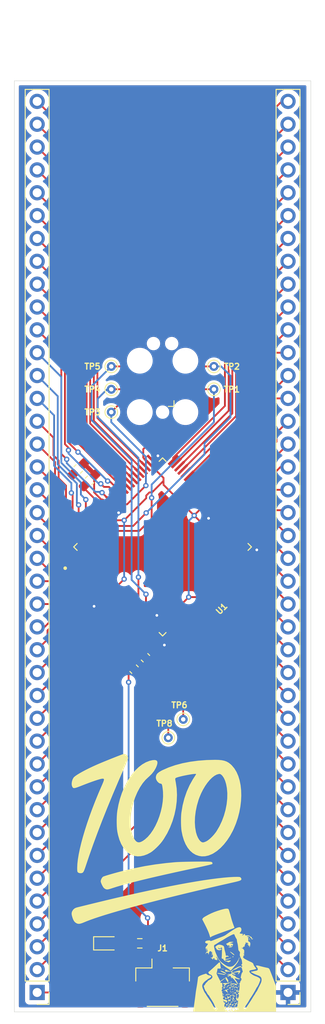
<source format=kicad_pcb>
(kicad_pcb (version 20241229) (generator "pcbnew") (generator_version "9.0")
  (layers (0 "F.Cu" signal) (2 "B.Cu" signal) (13 "F.Paste" user) (15 "B.Paste" user) (5 "F.SilkS" user "F.Silkscreen") (7 "B.SilkS" user "B.Silkscreen") (1 "F.Mask" user) (3 "B.Mask" user) (25 "Edge.Cuts" user))
  (net 0 "")
  (net 1 "+5V")
  (net 2 "GND")
  (net 5 "/RESET")
  (net 6 "/SWCLK")
  (net 7 "/DEBUG_TX")
  (net 8 "/DEBUG_RX")
  (net 9 "/SWDIO")
  (net 10 "Net-(D1-A)")
  (net 11 "/PB15")
  (net 12 "/PB16")
  (net 13 "/PC14")
  (net 14 "/PA21")
  (net 15 "/PA12")
  (net 16 "/PC08")
  (net 17 "/PB19")
  (net 18 "/PC05")
  (net 19 "/PC09")
  (net 20 "/PC28")
  (net 21 "/PA10")
  (net 22 "/PA08")
  (net 23 "/PB31")
  (net 24 "/PB09")
  (net 25 "/PC07")
  (net 26 "/PA13")
  (net 27 "/PB12")
  (net 28 "/PB04")
  (net 29 "/PA25")
  (net 30 "/PC01")
  (net 31 "/PA22")
  (net 32 "/PC26")
  (net 33 "/PB02")
  (net 34 "/PC15")
  (net 35 "/PA02")
  (net 36 "/PB05")
  (net 37 "/PB20")
  (net 38 "/PB30")
  (net 39 "/PA15")
  (net 40 "/PB22")
  (net 41 "/PA23")
  (net 42 "/PB24")
  (net 43 "/PA18")
  (net 44 "/PC12")
  (net 45 "/PB25")
  (net 46 "/PA01")
  (net 47 "/PB10")
  (net 48 "/PB08")
  (net 49 "/PC00")
  (net 50 "/PC24")
  (net 51 "/PC13")
  (net 52 "/PB18")
  (net 53 "/PA27")
  (net 54 "/PA05")
  (net 55 "/PB11")
  (net 56 "/PA11")
  (net 57 "/PC06")
  (net 58 "/PA17")
  (net 59 "/PB17")
  (net 60 "/PB21")
  (net 61 "/PA24")
  (net 62 "/PC10")
  (net 63 "/PC02")
  (net 64 "/PB14")
  (net 65 "/PC11")
  (net 66 "/PC19")
  (net 67 "/PA03")
  (net 68 "/PA09")
  (net 69 "/PC25")
  (net 70 "/PC18")
  (net 71 "/PB06")
  (net 72 "/PA00")
  (net 73 "/PC17")
  (net 74 "/PC03")
  (net 75 "/PB07")
  (net 76 "/PB23")
  (net 77 "/PB00")
  (net 78 "/PA19")
  (net 79 "/PC21")
  (net 80 "/PA04")
  (net 81 "/PB01")
  (net 82 "/PA28")
  (net 83 "/PC27")
  (net 84 "/PA20")
  (net 85 "/PA14")
  (net 86 "/PC16")
  (net 87 "/PB03")
  (net 88 "/PC20")
  (net 89 "/PA16")
  (net 90 "/PB13")
  (footprint "TestPoint:TestPoint_THTPad_D1.0mm_Drill0.5mm" (layer "F.Cu") (at 125.49 105.91)
    (property "Reference" "TP6")
    (property "Value" "TestPoint")
  )
  (footprint "TestPoint:TestPoint_THTPad_D1.0mm_Drill0.5mm" (layer "F.Cu") (at 123.825 107.95)
    (property "Reference" "TP8")
    (property "Value" "TestPoint")
  )
  (footprint "Resistor_SMD:R_0603_1608Metric_Pad0.98x0.95mm_HandSolder" (layer "F.Cu") (at 120.65 130.81 180)
    (property "Reference" "R1" (hide yes))
    (property "Value" "470R")
  )
  (footprint "SAMC21N-TQFP:QFP50P1600X1600X120-100N" (layer "F.Cu") (at 123.19 86.741 45)
    (property "Reference" "U1")
    (property "Value" "ATSAMC21N18A-ANT")
  )
  (footprint "TestPoint:TestPoint_THTPad_D1.0mm_Drill0.5mm" (layer "F.Cu") (at 117.475 66.675)
    (property "Reference" "TP5")
    (property "Value" "TestPoint")
  )
  (footprint "TestPoint:TestPoint_THTPad_D1.0mm_Drill0.5mm" (layer "F.Cu") (at 117.475 71.755)
    (property "Reference" "TP3")
    (property "Value" "TestPoint")
  )
  (footprint "TestPoint:TestPoint_THTPad_D1.0mm_Drill0.5mm" (layer "F.Cu") (at 128.905 66.675)
    (property "Reference" "TP2")
    (property "Value" "TestPoint")
  )
  (footprint "Connector_PinHeader_2.54mm:PinHeader_1x40_P2.54mm_Vertical" (layer "F.Cu") (at 137.16 136.271 180)
    (property "Reference" "J4" (hide yes))
    (property "Value" "Conn_01x40_Pin")
  )
  (footprint "Capacitor_SMD:C_0603_1608Metric_Pad1.08x0.95mm_HandSolder" (layer "F.Cu") (at 120.015 100.33 -45)
    (property "Reference" "C3" (hide yes))
    (property "Value" "100nF")
  )
  (footprint "TestPoint:TestPoint_THTPad_D1.0mm_Drill0.5mm" (layer "F.Cu") (at 117.475 69.215)
    (property "Reference" "TP4")
    (property "Value" "TestPoint")
  )
  (footprint "Capacitor_SMD:C_0603_1608Metric_Pad1.08x0.95mm_HandSolder" (layer "F.Cu") (at 121.285 99.06 -45)
    (property "Reference" "C2" (hide yes))
    (property "Value" "10uF")
  )
  (footprint "LOGO" (layer "F.Cu") (at 122.51 119.2)
    (property "Reference" "G***" (hide yes))
    (property "Value" "LOGO" (hide yes))
  )
  (footprint "Connector_JST:JST_GH_SM02B-GHS-TB_1x02-1MP_P1.25mm_Horizontal" (layer "F.Cu") (at 123.19 135.255)
    (property "Reference" "J1")
    (property "Value" "Conn_01x02_Pin")
  )
  (footprint "TestPoint:TestPoint_THTPad_D1.0mm_Drill0.5mm" (layer "F.Cu") (at 128.905 69.215)
    (property "Reference" "TP1")
    (property "Value" "TestPoint")
  )
  (footprint "Capacitor_SMD:C_0603_1608Metric_Pad1.08x0.95mm_HandSolder" (layer "F.Cu") (at 113.8 78.07 45)
    (property "Reference" "C4" (hide yes))
    (property "Value" "100nF")
  )
  (footprint "Connector_PinHeader_2.54mm:PinHeader_1x40_P2.54mm_Vertical" (layer "F.Cu") (at 109.22 136.271 180)
    (property "Reference" "J3" (hide yes))
    (property "Value" "Conn_01x40_Pin")
  )
  (footprint "LOGO" (layer "F.Cu") (at 131.137224 132.39678)
    (property "Reference" "G***" (hide yes))
    (property "Value" "LOGO" (hide yes))
  )
  (footprint "Connector:Tag-Connect_TC2050-IDC-FP_2x05_P1.27mm_Vertical" (layer "F.Cu") (at 123.19 67.945 90)
    (property "Reference" "J2" (hide yes))
    (property "Value" "TAG_Connect")
  )
  (footprint "LED_SMD:LED_0603_1608Metric" (layer "F.Cu") (at 116.992501 130.81)
    (property "Reference" "D1" (hide yes))
    (property "Value" "LED")
  )
  (footprint "Capacitor_SMD:C_0603_1608Metric_Pad1.08x0.95mm_HandSolder" (layer "F.Cu") (at 115.07 79.34 45)
    (property "Reference" "C1" (hide yes))
    (property "Value" "100nF")
  )
  (gr_line (start 106.68 138.43) (end 106.68 34.925) (stroke (width 0.05)) (layer "Edge.Cuts"))
  (gr_line (start 139.7 138.43) (end 106.68 138.43) (stroke (width 0.05)) (layer "Edge.Cuts"))
  (gr_line (start 106.68 34.925) (end 139.7 34.925) (stroke (width 0.05)) (layer "Edge.Cuts"))
  (gr_line (start 139.7 34.925) (end 139.7 138.43) (stroke (width 0.05)) (layer "Edge.Cuts"))
  (segment (start 121.655578 77.428404) (end 121.04 76.812826) (width 0.2) (layer "F.Cu") (net 1))
  (segment (start 131.676282 86.74) (end 132.85615 85.560132) (width 0.2) (layer "F.Cu") (net 1))
  (segment (start 116.608151 82.378151) (end 114.46012 80.23012) (width 0.2) (layer "F.Cu") (net 1))
  (segment (start 122.011 80.679) (end 123.293587 79.396413) (width 0.2) (layer "F.Cu") (net 1))
  (segment (start 119.40512 99.72012) (end 120.67512 98.45012) (width 0.2) (layer "F.Cu") (net 1))
  (segment (start 126.71 83.25) (end 130.2 86.74) (width 0.2) (layer "F.Cu") (net 1))
  (segment (start 123.293587 79.396413) (end 123.293587 79.066413) (width 0.2) (layer "F.Cu") (net 1))
  (segment (start 121.04 76.812826) (end 121.04 75.87) (width 0.2) (layer "F.Cu") (net 1))
  (segment (start 118.91 83.78) (end 117.400572 83.78) (width 0.2) (layer "F.Cu") (net 1))
  (segment (start 116.705831 82.378151) (end 116.608151 82.378151) (width 0.2) (layer "F.Cu") (net 1))
  (segment (start 116.352277 82.731705) (end 116.705831 82.378151) (width 0.2) (layer "F.Cu") (net 1))
  (segment (start 121.369 81.321) (end 121.369 81.031057) (width 0.2) (layer "F.Cu") (net 1))
  (segment (start 120.67512 98.44488) (end 122.009132 97.110868) (width 0.2) (layer "F.Cu") (net 1))
  (segment (start 124.09 72.82) (end 124.09 70.75) (width 0.2) (layer "F.Cu") (net 1))
  (segment (start 109.22 136.271) (end 114.293 136.271) (width 0.2) (layer "F.Cu") (net 1))
  (segment (start 121.369 81.031057) (end 121.721057 80.679) (width 0.2) (layer "F.Cu") (net 1))
  (segment (start 127.354048 92.319262) (end 127.906402 92.871616) (width 0.2) (layer "F.Cu") (net 1))
  (segment (start 119.40512 99.72012) (end 119.40512 101.78) (width 0.2) (layer "F.Cu") (net 1))
  (segment (start 124.09 70.75) (end 123.825 70.485) (width 0.2) (layer "F.Cu") (net 1))
  (segment (start 122.009132 96.40715) (end 126.09702 92.319262) (width 0.2) (layer "F.Cu") (net 1))
  (segment (start 126.68 83.22) (end 126.71 83.25) (width 0.2) (layer "F.Cu") (net 1))
  (segment (start 120.67512 98.45012) (end 120.67512 98.44488) (width 0.2) (layer "F.Cu") (net 1))
  (segment (start 118.91 90.313894) (end 117.412938 91.810956) (width 0.2) (layer "F.Cu") (net 1))
  (segment (start 123.293587 79.066413) (end 123.293587 79.833587) (width 0.2) (layer "F.Cu") (net 1))
  (segment (start 114.293 136.271) (end 117.159 133.405) (width 0.2) (layer "F.Cu") (net 1))
  (segment (start 126.711 83.22) (end 126.68 83.22) (width 0.2) (layer "F.Cu") (net 1))
  (segment (start 123.293587 79.833587) (end 126.68 83.22) (width 0.2) (layer "F.Cu") (net 1))
  (segment (start 122.009132 97.110868) (end 122.009132 96.40715) (width 0.2) (layer "F.Cu") (net 1))
  (segment (start 122.565 133.405) (end 122.565 131.8125) (width 0.2) (layer "F.Cu") (net 1))
  (segment (start 121.655578 77.428404) (end 123.293587 79.066413) (width 0.2) (layer "F.Cu") (net 1))
  (segment (start 121.5625 128.0325) (end 121.5625 130.81) (width 0.2) (layer "F.Cu") (net 1))
  (segment (start 126.09702 92.319262) (end 127.354048 92.319262) (width 0.2) (layer "F.Cu") (net 1))
  (segment (start 114.46012 80.23012) (end 114.46012 79.94988) (width 0.2) (layer "F.Cu") (net 1))
  (segment (start 122.565 131.8125) (end 121.5625 130.81) (width 0.2) (layer "F.Cu") (net 1))
  (segment (start 117.400572 83.78) (end 116.352277 82.731705) (width 0.2) (layer "F.Cu") (net 1))
  (segment (start 130.2 86.74) (end 131.676282 86.74) (width 0.2) (layer "F.Cu") (net 1))
  (segment (start 117.159 133.405) (end 122.565 133.405) (width 0.2) (layer "F.Cu") (net 1))
  (segment (start 118.91 83.78) (end 121.369 81.321) (width 0.2) (layer "F.Cu") (net 1))
  (segment (start 121.721057 80.679) (end 122.011 80.679) (width 0.2) (layer "F.Cu") (net 1))
  (segment (start 114.46012 79.94988) (end 113.19012 78.67988) (width 0.2) (layer "F.Cu") (net 1))
  (segment (start 121.04 75.87) (end 124.09 72.82) (width 0.2) (layer "F.Cu") (net 1))
  (segment (start 128.613509 81.317491) (end 126.711 83.22) (width 0.2) (layer "F.Cu") (net 1))
  (segment (start 121.52 127.99) (end 121.5625 128.0325) (width 0.2) (layer "F.Cu") (net 1))
  (via (at 126.71 83.25) (size 0.6) (drill 0.3) (layers "F.Cu" "B.Cu") (net 1))
  (via (at 119.40512 101.78) (size 0.6) (drill 0.3) (layers "F.Cu" "B.Cu") (net 1))
  (via (at 121.52 127.99) (size 0.6) (drill 0.3) (layers "F.Cu" "B.Cu") (net 1))
  (via (at 118.91 90.313894) (size 0.6) (drill 0.3) (layers "F.Cu" "B.Cu") (net 1))
  (via (at 118.91 83.78) (size 0.6) (drill 0.3) (layers "F.Cu" "B.Cu") (net 1))
  (via (at 126.09702 92.319262) (size 0.6) (drill 0.3) (layers "F.Cu" "B.Cu") (net 1))
  (segment (start 119.40512 101.78) (end 119.40512 125.87512) (width 0.2) (layer "B.Cu") (net 1))
  (segment (start 126.09702 83.86298) (end 126.71 83.25) (width 0.2) (layer "B.Cu") (net 1))
  (segment (start 118.91 90.313894) (end 118.91 83.78) (width 0.2) (layer "B.Cu") (net 1))
  (segment (start 119.40512 125.87512) (end 121.52 127.99) (width 0.2) (layer "B.Cu") (net 1))
  (segment (start 126.09702 92.319262) (end 126.09702 83.86298) (width 0.2) (layer "B.Cu") (net 1))
  (segment (start 115.56 92.956786) (end 115.56 93.34) (width 0.2) (layer "F.Cu") (net 2))
  (segment (start 122.009132 77.07485) (end 122.473982 76.61) (width 0.2) (layer "F.Cu") (net 2))
  (segment (start 132.85615 87.921868) (end 133.68 87.098018) (width 0.2) (layer "F.Cu") (net 2))
  (segment (start 121.655578 96.053596) (end 122.55 95.159174) (width 0.2) (layer "F.Cu") (net 2))
  (segment (start 127.291894 91.55) (end 128.259956 92.518062) (width 0.2) (layer "F.Cu") (net 2))
  (segment (start 116.50703 81.472244) (end 116.362244 81.472244) (width 0.2) (layer "F.Cu") (net 2))
  (segment (start 128.967062 81.671044) (end 128.31 82.328106) (width 0.2) (layer "F.Cu") (net 2))
  (segment (start 128.31 82.328106) (end 128.31 83.56) (width 0.2) (layer "F.Cu") (net 2))
  (segment (start 115.57 78.84) (end 115.67988 78.73012) (width 0.2) (layer "F.Cu") (net 2))
  (segment (start 133.68 87.098018) (end 133.68 87.07) (width 0.2) (layer "F.Cu") (net 2))
  (segment (start 117.059384 82.024598) (end 116.50703 81.472244) (width 0.2) (layer "F.Cu") (net 2))
  (segment (start 117.059384 82.024598) (end 117.974786 82.94) (width 0.2) (layer "F.Cu") (net 2))
  (segment (start 115.57 80.68) (end 115.57 78.84) (width 0.2) (layer "F.Cu") (net 2))
  (segment (start 117.059384 91.457402) (end 115.56 92.956786) (width 0.2) (layer "F.Cu") (net 2))
  (segment (start 122.473982 76.61) (end 122.67 76.61) (width 0.2) (layer "F.Cu") (net 2))
  (segment (start 117.974786 82.94) (end 118.29 82.94) (width 0.2) (layer "F.Cu") (net 2))
  (segment (start 116.362244 81.472244) (end 115.57 80.68) (width 0.2) (layer "F.Cu") (net 2))
  (segment (start 125.35 91.55) (end 127.291894 91.55) (width 0.2) (layer "F.Cu") (net 2))
  (segment (start 122.55 95.159174) (end 122.55 94.35) (width 0.2) (layer "F.Cu") (net 2))
  (segment (start 122.55 94.35) (end 125.35 91.55) (width 0.2) (layer "F.Cu") (net 2))
  (via (at 122.67 76.61) (size 0.6) (drill 0.3) (layers "F.Cu" "B.Cu") (net 2))
  (via (at 122.55 94.35) (size 0.6) (drill 0.3) (layers "F.Cu" "B.Cu") (net 2))
  (via (at 128.31 83.56) (size 0.6) (drill 0.3) (layers "F.Cu" "B.Cu") (net 2))
  (via (at 133.68 87.07) (size 0.6) (drill 0.3) (layers "F.Cu" "B.Cu") (net 2))
  (via (at 118.29 82.94) (size 0.6) (drill 0.3) (layers "F.Cu" "B.Cu") (net 2))
  (via (at 115.56 93.34) (size 0.6) (drill 0.3) (layers "F.Cu" "B.Cu") (net 2))
  (via (at 123.39 97.65) (size 0.6) (drill 0.3) (layers "F.Cu" "B.Cu") (net 2))
  (segment (start 118.459 82.01) (end 119.23 82.01) (width 0.2) (layer "F.Cu") (net 5))
  (segment (start 121.32 79.92) (end 121.33 79.92) (width 0.2) (layer "F.Cu") (net 5))
  (segment (start 119.18 70.05) (end 122.12 70.05) (width 0.2) (layer "F.Cu") (net 5))
  (segment (start 117.475 71.755) (end 119.18 70.05) (width 0.2) (layer "F.Cu") (net 5))
  (segment (start 119.23 82.01) (end 121.32 79.92) (width 0.2) (layer "F.Cu") (net 5))
  (segment (start 122.12 70.05) (end 122.555 70.485) (width 0.2) (layer "F.Cu") (net 5))
  (segment (start 117.766491 81.317491) (end 118.459 82.01) (width 0.2) (layer "F.Cu") (net 5))
  (via (at 121.33 79.92) (size 0.6) (drill 0.3) (layers "F.Cu" "B.Cu") (net 5))
  (segment (start 121.33 76.73) (end 117.475 72.875) (width 0.2) (layer "B.Cu") (net 5))
  (segment (start 117.475 72.875) (end 117.475 71.755) (width 0.2) (layer "B.Cu") (net 5))
  (segment (start 121.33 79.92) (end 121.33 76.73) (width 0.2) (layer "B.Cu") (net 5))
  (segment (start 123.825 66.675) (end 124.95 67.8) (width 0.2) (layer "F.Cu") (net 6))
  (segment (start 119.91 84.41) (end 117.323466 84.41) (width 0.2) (layer "F.Cu") (net 6))
  (segment (start 121.36 82.96) (end 119.91 84.41) (width 0.2) (layer "F.Cu") (net 6))
  (segment (start 127.715 66.675) (end 128.905 66.675) (width 0.2) (layer "F.Cu") (net 6))
  (segment (start 124.95 67.8) (end 126.59 67.8) (width 0.2) (layer "F.Cu") (net 6))
  (segment (start 126.59 67.8) (end 127.715 66.675) (width 0.2) (layer "F.Cu") (net 6))
  (segment (start 117.323466 84.41) (end 115.998724 83.085258) (width 0.2) (layer "F.Cu") (net 6))
  (via (at 121.36 82.96) (size 0.6) (drill 0.3) (layers "F.Cu" "B.Cu") (net 6))
  (segment (start 127.86 75.23) (end 130.75 72.34) (width 0.2) (layer "B.Cu") (net 6))
  (segment (start 127.86 76.46) (end 127.86 75.23) (width 0.2) (layer "B.Cu") (net 6))
  (segment (start 130.75 67.71) (end 129.715 66.675) (width 0.2) (layer "B.Cu") (net 6))
  (segment (start 129.715 66.675) (end 128.905 66.675) (width 0.2) (layer "B.Cu") (net 6))
  (segment (start 130.75 72.34) (end 130.75 67.71) (width 0.2) (layer "B.Cu") (net 6))
  (segment (start 121.36 82.96) (end 127.86 76.46) (width 0.2) (layer "B.Cu") (net 6))
  (segment (start 117.475 69.215) (end 122.555 69.215) (width 0.2) (layer "F.Cu") (net 7))
  (segment (start 120.5 93.67364) (end 119.887811 94.285829) (width 0.2) (layer "F.Cu") (net 7))
  (segment (start 120.5 90.1) (end 120.5 93.67364) (width 0.2) (layer "F.Cu") (net 7))
  (via (at 120.5 90.1) (size 0.6) (drill 0.3) (layers "F.Cu" "B.Cu") (net 7))
  (segment (start 115.97 70.26) (end 117.015 69.215) (width 0.2) (layer "B.Cu") (net 7))
  (segment (start 120.5 76.84) (end 115.97 72.31) (width 0.2) (layer "B.Cu") (net 7))
  (segment (start 117.015 69.215) (end 117.475 69.215) (width 0.2) (layer "B.Cu") (net 7))
  (segment (start 115.97 72.31) (end 115.97 70.26) (width 0.2) (layer "B.Cu") (net 7))
  (segment (start 120.5 90.1) (end 120.5 76.84) (width 0.2) (layer "B.Cu") (net 7))
  (segment (start 121.37 67.86) (end 122.555 66.675) (width 0.2) (layer "F.Cu") (net 8))
  (segment (start 118.755 66.675) (end 119.94 67.86) (width 0.2) (layer "F.Cu") (net 8))
  (segment (start 119.94 67.86) (end 121.37 67.86) (width 0.2) (layer "F.Cu") (net 8))
  (segment (start 117.475 66.675) (end 118.755 66.675) (width 0.2) (layer "F.Cu") (net 8))
  (segment (start 121.34 93.540748) (end 120.241365 94.639383) (width 0.2) (layer "F.Cu") (net 8))
  (segment (start 121.34 92) (end 121.34 93.540748) (width 0.2) (layer "F.Cu") (net 8))
  (via (at 121.34 92) (size 0.6) (drill 0.3) (layers "F.Cu" "B.Cu") (net 8))
  (segment (start 119.74 77.1) (end 115.27 72.63) (width 0.2) (layer "B.Cu") (net 8))
  (segment (start 115.27 68.88) (end 117.475 66.675) (width 0.2) (layer "B.Cu") (net 8))
  (segment (start 119.74 90.4) (end 119.74 77.1) (width 0.2) (layer "B.Cu") (net 8))
  (segment (start 121.34 92) (end 119.74 90.4) (width 0.2) (layer "B.Cu") (net 8))
  (segment (start 115.27 72.63) (end 115.27 68.88) (width 0.2) (layer "B.Cu") (net 8))
  (segment (start 121.97 83.59) (end 120.6 84.96) (width 0.2) (layer "F.Cu") (net 9))
  (segment (start 123.825 69.215) (end 128.905 69.215) (width 0.2) (layer "F.Cu") (net 9))
  (segment (start 120.6 84.96) (end 117.16636 84.96) (width 0.2) (layer "F.Cu") (net 9))
  (segment (start 117.16636 84.96) (end 115.645171 83.438811) (width 0.2) (layer "F.Cu") (net 9))
  (segment (start 121.97 81.28) (end 121.97 83.59) (width 0.2) (layer "F.Cu") (net 9))
  (via (at 121.97 81.28) (size 0.6) (drill 0.3) (layers "F.Cu" "B.Cu") (net 9))
  (segment (start 121.97 79.81) (end 121.97 81.28) (width 0.2) (layer "B.Cu") (net 9))
  (segment (start 128.905 72.875) (end 121.97 79.81) (width 0.2) (layer "B.Cu") (net 9))
  (segment (start 128.905 69.215) (end 128.905 72.875) (width 0.2) (layer "B.Cu") (net 9))
  (segment (start 119.7375 130.81) (end 117.780002 130.81) (width 0.2) (layer "F.Cu") (net 10))
  (segment (start 129.12 94.79232) (end 129.12 115.531) (width 0.2) (layer "F.Cu") (net 11))
  (segment (start 129.12 115.531) (end 137.16 123.571) (width 0.2) (layer "F.Cu") (net 11))
  (segment (start 127.552849 93.225169) (end 129.12 94.79232) (width 0.2) (layer "F.Cu") (net 11))
  (segment (start 135.187099 65.151) (end 137.16 65.151) (width 0.2) (layer "F.Cu") (net 12))
  (segment (start 134.66 65.678099) (end 135.187099 65.151) (width 0.2) (layer "F.Cu") (net 12))
  (segment (start 134.66 74.563894) (end 134.66 65.678099) (width 0.2) (layer "F.Cu") (net 12))
  (segment (start 128.259956 80.963938) (end 134.66 74.563894) (width 0.2) (layer "F.Cu") (net 12))
  (segment (start 132.56 101.191) (end 137.16 105.791) (width 0.2) (layer "F.Cu") (net 13))
  (segment (start 130.734829 90.043189) (end 132.56 91.86836) (width 0.2) (layer "F.Cu") (net 13))
  (segment (start 132.56 91.86836) (end 132.56 101.191) (width 0.2) (layer "F.Cu") (net 13))
  (segment (start 131.78 52.751) (end 137.16 47.371) (width 0.2) (layer "F.Cu") (net 14))
  (segment (start 125.785082 78.489064) (end 131.78 72.494146) (width 0.2) (layer "F.Cu") (net 14))
  (segment (start 131.78 72.494146) (end 131.78 52.751) (width 0.2) (layer "F.Cu") (net 14))
  (segment (start 133.68 97.231) (end 137.16 100.711) (width 0.2) (layer "F.Cu") (net 15))
  (segment (start 133.68 91.574146) (end 133.68 97.231) (width 0.2) (layer "F.Cu") (net 15))
  (segment (start 131.441936 89.336082) (end 133.68 91.574146) (width 0.2) (layer "F.Cu") (net 15))
  (segment (start 129.58 93.131) (end 129.58 113.451) (width 0.2) (layer "F.Cu") (net 16))
  (segment (start 128.613509 92.164509) (end 129.58 93.131) (width 0.2) (layer "F.Cu") (net 16))
  (segment (start 129.58 113.451) (end 137.16 121.031) (width 0.2) (layer "F.Cu") (net 16))
  (segment (start 133.41 61.281) (end 137.16 57.531) (width 0.2) (layer "F.Cu") (net 17))
  (segment (start 133.41 73.692572) (end 133.41 61.281) (width 0.2) (layer "F.Cu") (net 17))
  (segment (start 127.199295 79.903277) (end 133.41 73.692572) (width 0.2) (layer "F.Cu") (net 17))
  (segment (start 120.594918 94.992936) (end 116.111 99.476854) (width 0.2) (layer "F.Cu") (net 18))
  (segment (start 116.111 99.476854) (end 116.111 114.14) (width 0.2) (layer "F.Cu") (net 18))
  (segment (start 116.111 114.14) (end 109.22 121.031) (width 0.2) (layer "F.Cu") (net 18))
  (segment (start 130.049 111.379999) (end 137.16 118.490999) (width 0.2) (layer "F.Cu") (net 19))
  (segment (start 128.967062 91.810956) (end 130.049 92.892894) (width 0.2) (layer "F.Cu") (net 19))
  (segment (start 130.049 92.892894) (end 130.049 111.379999) (width 0.2) (layer "F.Cu") (net 19))
  (segment (start 117.283214 79.42) (end 117.07 79.42) (width 0.2) (layer "F.Cu") (net 20))
  (segment (start 118.473598 80.610384) (end 117.283214 79.42) (width 0.2) (layer "F.Cu") (net 20))
  (segment (start 112.716 75.146) (end 112.716 61.027) (width 0.2) (layer "F.Cu") (net 20))
  (segment (start 113.77 76.2) (end 112.716 75.146) (width 0.2) (layer "F.Cu") (net 20))
  (segment (start 118.473598 80.610384) (end 118.473598 80.593598) (width 0.2) (layer "F.Cu") (net 20))
  (segment (start 112.716 61.027) (end 109.22 57.531) (width 0.2) (layer "F.Cu") (net 20))
  (via (at 117.07 79.42) (size 0.6) (drill 0.3) (layers "F.Cu" "B.Cu") (net 20))
  (via (at 113.77 76.2) (size 0.6) (drill 0.3) (layers "F.Cu" "B.Cu") (net 20))
  (segment (start 113.77 76.2) (end 113.85 76.2) (width 0.2) (layer "B.Cu") (net 20))
  (segment (start 113.85 76.2) (end 117.07 79.42) (width 0.2) (layer "B.Cu") (net 20))
  (segment (start 125.077975 95.700043) (end 125.941 96.563068) (width 0.2) (layer "F.Cu") (net 21))
  (segment (start 125.941 99.1732) (end 122.161 102.9532) (width 0.2) (layer "F.Cu") (net 21))
  (segment (start 125.941 96.563068) (end 125.941 99.1732) (width 0.2) (layer "F.Cu") (net 21))
  (segment (start 122.161 102.9532) (end 122.161 120.79) (width 0.2) (layer "F.Cu") (net 21))
  (segment (start 122.161 120.79) (end 109.22 133.731) (width 0.2) (layer "F.Cu") (net 21))
  (segment (start 109.22 128.651) (end 120.82 117.051) (width 0.2) (layer "F.Cu") (net 22))
  (segment (start 125.13 97.166282) (end 124.370868 96.40715) (width 0.2) (layer "F.Cu") (net 22))
  (segment (start 120.82 103.16) (end 125.13 98.85) (width 0.2) (layer "F.Cu") (net 22))
  (segment (start 125.13 98.85) (end 125.13 97.166282) (width 0.2) (layer "F.Cu") (net 22))
  (segment (start 120.82 117.051) (end 120.82 103.16) (width 0.2) (layer "F.Cu") (net 22))
  (segment (start 113.84 82.07) (end 113.84 83.047854) (width 0.2) (layer "F.Cu") (net 23))
  (segment (start 113.84 83.047854) (end 114.938064 84.145918) (width 0.2) (layer "F.Cu") (net 23))
  (via (at 113.84 82.07) (size 0.6) (drill 0.3) (layers "F.Cu" "B.Cu") (net 23))
  (segment (start 111.510705 69.981705) (end 109.22 67.691) (width 0.2) (layer "B.Cu") (net 23))
  (segment (start 113.64 81.87) (end 113.64 79.6842) (width 0.2) (layer "B.Cu") (net 23))
  (segment (start 111.510705 77.554905) (end 111.510705 69.981705) (width 0.2) (layer "B.Cu") (net 23))
  (segment (start 113.64 79.6842) (end 111.510705 77.554905) (width 0.2) (layer "B.Cu") (net 23))
  (segment (start 113.84 82.07) (end 113.64 81.87) (width 0.2) (layer "B.Cu") (net 23))
  (segment (start 118.827151 93.225169) (end 114.892 97.16032) (width 0.2) (layer "F.Cu") (net 24))
  (segment (start 114.892 107.739) (end 109.22 113.411) (width 0.2) (layer "F.Cu") (net 24))
  (segment (start 114.892 97.16032) (end 114.892 107.739) (width 0.2) (layer "F.Cu") (net 24))
  (segment (start 116.951 118.38) (end 109.22 126.111) (width 0.2) (layer "F.Cu") (net 25))
  (segment (start 116.951 100.051068) (end 116.951 118.38) (width 0.2) (layer "F.Cu") (net 25))
  (segment (start 121.302025 95.700043) (end 116.951 100.051068) (width 0.2) (layer "F.Cu") (net 25))
  (segment (start 134.28 95.291001) (end 137.16 98.171001) (width 0.2) (layer "F.Cu") (net 26))
  (segment (start 134.28 91.467038) (end 134.28 95.291001) (width 0.2) (layer "F.Cu") (net 26))
  (segment (start 131.79549 88.982528) (end 134.28 91.467038) (width 0.2) (layer "F.Cu") (net 26))
  (segment (start 127.917 95.71064) (end 127.917 121.948001) (width 0.2) (layer "F.Cu") (net 27))
  (segment (start 126.492189 94.285829) (end 127.917 95.71064) (width 0.2) (layer "F.Cu") (net 27))
  (segment (start 127.917 121.948001) (end 137.16 131.191001) (width 0.2) (layer "F.Cu") (net 27))
  (segment (start 111.74 98.191) (end 111.74 95.362572) (width 0.2) (layer "F.Cu") (net 28))
  (segment (start 109.22 100.711) (end 111.74 98.191) (width 0.2) (layer "F.Cu") (net 28))
  (segment (start 111.74 95.362572) (end 116.352277 90.750295) (width 0.2) (layer "F.Cu") (net 28))
  (segment (start 130.13 71.07) (end 130.13 43.54) (width 0.2) (layer "F.Cu") (net 29))
  (segment (start 124.370868 76.829132) (end 130.13 71.07) (width 0.2) (layer "F.Cu") (net 29))
  (segment (start 136.459 37.211) (end 137.16 37.211) (width 0.2) (layer "F.Cu") (net 29))
  (segment (start 130.13 43.54) (end 136.459 37.211) (width 0.2) (layer "F.Cu") (net 29))
  (segment (start 124.370868 77.07485) (end 124.370868 76.829132) (width 0.2) (layer "F.Cu") (net 29))
  (segment (start 113.526038 90.041) (end 114.58451 88.982528) (width 0.2) (layer "F.Cu") (net 30))
  (segment (start 111.25 90.041) (end 113.526038 90.041) (width 0.2) (layer "F.Cu") (net 30))
  (segment (start 109.22 88.011) (end 111.25 90.041) (width 0.2) (layer "F.Cu") (net 30))
  (segment (start 137.16 44.831) (end 131.37 50.621) (width 0.2) (layer "F.Cu") (net 31))
  (segment (start 131.37 50.621) (end 131.37 72.197038) (width 0.2) (layer "F.Cu") (net 31))
  (segment (start 131.37 72.197038) (end 125.431528 78.13551) (width 0.2) (layer "F.Cu") (net 31))
  (segment (start 113.518 56.749001) (end 113.518 74.240572) (width 0.2) (layer "F.Cu") (net 32))
  (segment (start 109.22 52.451001) (end 113.518 56.749001) (width 0.2) (layer "F.Cu") (net 32))
  (segment (start 113.518 74.240572) (end 119.180705 79.903277) (width 0.2) (layer "F.Cu") (net 32))
  (segment (start 111.21 79.2739) (end 111.21 77.301001) (width 0.2) (layer "F.Cu") (net 33))
  (segment (start 112.031 80.0949) (end 111.81 79.8739) (width 0.2) (layer "F.Cu") (net 33))
  (segment (start 111.81 79.8739) (end 111.7961 79.86) (width 0.2) (layer "F.Cu") (net 33))
  (segment (start 111.7961 79.86) (end 111.21 79.2739) (width 0.2) (layer "F.Cu") (net 33))
  (segment (start 111.21 77.301001) (end 109.22 75.311001) (width 0.2) (layer "F.Cu") (net 33))
  (segment (start 112.031 83.360174) (end 112.031 80.4271) (width 0.2) (layer "F.Cu") (net 33))
  (segment (start 113.877404 85.206578) (end 112.031 83.360174) (width 0.2) (layer "F.Cu") (net 33))
  (segment (start 112.031 80.4271) (end 112.031 80.0949) (width 0.2) (layer "F.Cu") (net 33))
  (segment (start 133.05 91.651252) (end 133.05 99.141) (width 0.2) (layer "F.Cu") (net 34))
  (segment (start 131.088383 89.689635) (end 133.05 91.651252) (width 0.2) (layer "F.Cu") (net 34))
  (segment (start 133.05 99.141) (end 137.16 103.251) (width 0.2) (layer "F.Cu") (net 34))
  (segment (start 110.057361 95.630999) (end 115.645171 90.043189) (width 0.2) (layer "F.Cu") (net 35))
  (segment (start 109.22 95.630999) (end 110.057361 95.630999) (width 0.2) (layer "F.Cu") (net 35))
  (segment (start 109.22 103.251) (end 112.68 99.791) (width 0.2) (layer "F.Cu") (net 36))
  (segment (start 112.68 95.12968) (end 116.705831 91.103849) (width 0.2) (layer "F.Cu") (net 36))
  (segment (start 112.68 99.791) (end 112.68 95.12968) (width 0.2) (layer "F.Cu") (net 36))
  (segment (start 133 59.151) (end 137.16 54.991) (width 0.2) (layer "F.Cu") (net 37))
  (segment (start 126.845742 79.549724) (end 133 73.395466) (width 0.2) (layer "F.Cu") (net 37))
  (segment (start 133 73.395466) (end 133 59.151) (width 0.2) (layer "F.Cu") (net 37))
  (segment (start 114.64 83.140748) (end 115.291617 83.792365) (width 0.2) (layer "F.Cu") (net 38))
  (segment (start 114.64 81.48) (end 114.64 83.140748) (width 0.2) (layer "F.Cu") (net 38))
  (via (at 114.64 81.48) (size 0.6) (drill 0.3) (layers "F.Cu" "B.Cu") (net 38))
  (segment (start 114.09 80.93) (end 114.09 79.5671) (width 0.2) (layer "B.Cu") (net 38))
  (segment (start 111.911705 67.842705) (end 109.22 65.151) (width 0.2) (layer "B.Cu") (net 38))
  (segment (start 114.09 79.5671) (end 111.911705 77.388805) (width 0.2) (layer "B.Cu") (net 38))
  (segment (start 111.911705 77.388805) (end 111.911705 67.842705) (width 0.2) (layer "B.Cu") (net 38))
  (segment (start 114.64 81.48) (end 114.09 80.93) (width 0.2) (layer "B.Cu") (net 38))
  (segment (start 132.502596 88.275422) (end 137.16 92.932826) (width 0.2) (layer "F.Cu") (net 39))
  (segment (start 137.16 92.932826) (end 137.16 93.091) (width 0.2) (layer "F.Cu") (net 39))
  (segment (start 121.302025 77.781957) (end 115.93 72.409932) (width 0.2) (layer "F.Cu") (net 40))
  (segment (start 115.93 72.409932) (end 115.93 43.921) (width 0.2) (layer "F.Cu") (net 40))
  (segment (start 115.93 43.921) (end 109.22 37.211) (width 0.2) (layer "F.Cu") (net 40))
  (segment (start 130.96 48.491) (end 137.16 42.291) (width 0.2) (layer "F.Cu") (net 41))
  (segment (start 130.96 71.899932) (end 130.96 48.491) (width 0.2) (layer "F.Cu") (net 41))
  (segment (start 125.077975 77.781957) (end 130.96 71.899932) (width 0.2) (layer "F.Cu") (net 41))
  (segment (start 115.128 48.199) (end 109.22 42.291) (width 0.2) (layer "F.Cu") (net 42))
  (segment (start 115.128 73.022146) (end 115.128 48.199) (width 0.2) (layer "F.Cu") (net 42))
  (segment (start 120.594918 78.489064) (end 115.128 73.022146) (width 0.2) (layer "F.Cu") (net 42))
  (segment (start 135.008999 83.32) (end 137.16 85.471001) (width 0.2) (layer "F.Cu") (net 43))
  (segment (start 131.79549 84.499472) (end 132.974962 83.32) (width 0.2) (layer "F.Cu") (net 43))
  (segment (start 132.974962 83.32) (end 135.008999 83.32) (width 0.2) (layer "F.Cu") (net 43))
  (segment (start 131.45 105.161) (end 137.16 110.871) (width 0.2) (layer "F.Cu") (net 44))
  (segment (start 131.45 92.172572) (end 131.45 105.161) (width 0.2) (layer "F.Cu") (net 44))
  (segment (start 130.027723 90.750295) (end 131.45 92.172572) (width 0.2) (layer "F.Cu") (net 44))
  (segment (start 114.727 73.328252) (end 114.727 50.338) (width 0.2) (layer "F.Cu") (net 45))
  (segment (start 114.727 50.338) (end 109.22 44.831) (width 0.2) (layer "F.Cu") (net 45))
  (segment (start 120.241365 78.842617) (end 114.727 73.328252) (width 0.2) (layer "F.Cu") (net 45))
  (segment (start 109.699 83.6161) (end 112.11 86.0271) (width 0.2) (layer "F.Cu") (net 46))
  (segment (start 112.11 86.0271) (end 112.11 88.75) (width 0.2) (layer "F.Cu") (net 46))
  (segment (start 112.54 89.18) (end 112.972826 89.18) (width 0.2) (layer "F.Cu") (net 46))
  (segment (start 109.699 83.41) (end 109.699 83.6161) (width 0.2) (layer "F.Cu") (net 46))
  (segment (start 112.11 88.75) (end 112.54 89.18) (width 0.2) (layer "F.Cu") (net 46))
  (segment (start 112.972826 89.18) (end 113.877404 88.275422) (width 0.2) (layer "F.Cu") (net 46))
  (segment (start 109.22 82.931) (end 109.699 83.41) (width 0.2) (layer "F.Cu") (net 46))
  (segment (start 125.785082 94.992936) (end 126.79 95.997854) (width 0.2) (layer "F.Cu") (net 47))
  (segment (start 125.49 100.7584) (end 125.49 105.91) (width 0.2) (layer "F.Cu") (net 47))
  (segment (start 126.79 95.997854) (end 126.79 99.4584) (width 0.2) (layer "F.Cu") (net 47))
  (segment (start 126.79 99.4584) (end 125.49 100.7584) (width 0.2) (layer "F.Cu") (net 47))
  (segment (start 118.473598 92.871616) (end 114.491 96.854214) (width 0.2) (layer "F.Cu") (net 48))
  (segment (start 114.491 105.6) (end 109.22 110.871) (width 0.2) (layer "F.Cu") (net 48))
  (segment (start 114.491 96.854214) (end 114.491 105.6) (width 0.2) (layer "F.Cu") (net 48))
  (segment (start 111.709 88.9161) (end 112.4329 89.64) (width 0.2) (layer "F.Cu") (net 49))
  (segment (start 113.219932 89.64) (end 114.230957 88.628975) (width 0.2) (layer "F.Cu") (net 49))
  (segment (start 112.4329 89.64) (end 113.219932 89.64) (width 0.2) (layer "F.Cu") (net 49))
  (segment (start 109.22 85.471001) (end 111.709 87.960001) (width 0.2) (layer "F.Cu") (net 49))
  (segment (start 111.709 87.960001) (end 111.709 88.9161) (width 0.2) (layer "F.Cu") (net 49))
  (segment (start 114.32 52.471) (end 114.32 73.62836) (width 0.2) (layer "F.Cu") (net 50))
  (segment (start 114.32 73.62836) (end 119.887811 79.196171) (width 0.2) (layer "F.Cu") (net 50))
  (segment (start 109.22 47.371) (end 114.32 52.471) (width 0.2) (layer "F.Cu") (net 50))
  (segment (start 131.96 103.131001) (end 137.16 108.331001) (width 0.2) (layer "F.Cu") (net 51))
  (segment (start 131.96 91.975466) (end 131.96 103.131001) (width 0.2) (layer "F.Cu") (net 51))
  (segment (start 130.381276 90.396742) (end 131.96 91.975466) (width 0.2) (layer "F.Cu") (net 51))
  (segment (start 127.552849 80.256831) (end 133.84 73.96968) (width 0.2) (layer "F.Cu") (net 52))
  (segment (start 133.84 73.96968) (end 133.84 63.391) (width 0.2) (layer "F.Cu") (net 52))
  (segment (start 133.84 63.391) (end 137.16 60.071) (width 0.2) (layer "F.Cu") (net 52))
  (segment (start 112.315 75.315) (end 112.315 63.166) (width 0.2) (layer "F.Cu") (net 53))
  (segment (start 117.226106 80.07) (end 118.120044 80.963938) (width 0.2) (layer "F.Cu") (net 53))
  (segment (start 116.31 79.72) (end 116.66 80.07) (width 0.2) (layer "F.Cu") (net 53))
  (segment (start 112.315 63.166) (end 109.22 60.071) (width 0.2) (layer "F.Cu") (net 53))
  (segment (start 112.705735 75.705735) (end 112.315 75.315) (width 0.2) (layer "F.Cu") (net 53))
  (segment (start 112.705735 75.984265) (end 112.705735 75.705735) (width 0.2) (layer "F.Cu") (net 53))
  (segment (start 116.66 80.07) (end 117.226106 80.07) (width 0.2) (layer "F.Cu") (net 53))
  (via (at 112.705735 75.984265) (size 0.6) (drill 0.3) (layers "F.Cu" "B.Cu") (net 53))
  (via (at 116.31 79.72) (size 0.6) (drill 0.3) (layers "F.Cu" "B.Cu") (net 53))
  (segment (start 112.705735 76.345735) (end 116.08 79.72) (width 0.2) (layer "B.Cu") (net 53))
  (segment (start 116.08 79.72) (end 116.31 79.72) (width 0.2) (layer "B.Cu") (net 53))
  (segment (start 112.705735 75.984265) (end 112.705735 76.345735) (width 0.2) (layer "B.Cu") (net 53))
  (segment (start 115.71 112.000999) (end 115.71 97.756534) (width 0.2) (layer "F.Cu") (net 54))
  (segment (start 109.22 118.490999) (end 115.71 112.000999) (width 0.2) (layer "F.Cu") (net 54))
  (segment (start 115.71 97.756534) (end 119.534258 93.932276) (width 0.2) (layer "F.Cu") (net 54))
  (segment (start 127.36 95.860748) (end 127.36 123.931) (width 0.2) (layer "F.Cu") (net 55))
  (segment (start 127.36 123.931) (end 137.16 133.731) (width 0.2) (layer "F.Cu") (net 55))
  (segment (start 126.138635 94.639383) (end 127.36 95.860748) (width 0.2) (layer "F.Cu") (net 55))
  (segment (start 126.39 96.304962) (end 125.431528 95.34649) (width 0.2) (layer "F.Cu") (net 56))
  (segment (start 126.39 99.2913) (end 126.39 96.304962) (width 0.2) (layer "F.Cu") (net 56))
  (segment (start 123.825 101.8563) (end 126.39 99.2913) (width 0.2) (layer "F.Cu") (net 56))
  (segment (start 123.825 107.95) (end 123.825 101.8563) (width 0.2) (layer "F.Cu") (net 56))
  (segment (start 109.22 123.571) (end 116.55 116.241) (width 0.2) (layer "F.Cu") (net 57))
  (segment (start 116.55 99.744962) (end 120.948472 95.34649) (width 0.2) (layer "F.Cu") (net 57))
  (segment (start 116.55 116.241) (end 116.55 99.744962) (width 0.2) (layer "F.Cu") (net 57))
  (segment (start 135.44 86.291) (end 137.16 88.011) (width 0.2) (layer "F.Cu") (net 58))
  (segment (start 133.122068 83.88) (end 134.22 83.88) (width 0.2) (layer "F.Cu") (net 58))
  (segment (start 132.149043 84.853025) (end 133.122068 83.88) (width 0.2) (layer "F.Cu") (net 58))
  (segment (start 134.22 83.88) (end 135.44 85.1) (width 0.2) (layer "F.Cu") (net 58))
  (segment (start 135.44 85.1) (end 135.44 86.291) (width 0.2) (layer "F.Cu") (net 58))
  (segment (start 134.25 74.266786) (end 134.25 65.520999) (width 0.2) (layer "F.Cu") (net 59))
  (segment (start 134.25 65.520999) (end 137.16 62.610999) (width 0.2) (layer "F.Cu") (net 59))
  (segment (start 127.906402 80.610384) (end 134.25 74.266786) (width 0.2) (layer "F.Cu") (net 59))
  (segment (start 132.59 57.021001) (end 137.16 52.451001) (width 0.2) (layer "F.Cu") (net 60))
  (segment (start 132.59 73.09836) (end 132.59 57.021001) (width 0.2) (layer "F.Cu") (net 60))
  (segment (start 126.492189 79.196171) (end 132.59 73.09836) (width 0.2) (layer "F.Cu") (net 60))
  (segment (start 124.724422 77.428404) (end 130.55 71.602826) (width 0.2) (layer "F.Cu") (net 61))
  (segment (start 130.55 46.360999) (end 137.16 39.750999) (width 0.2) (layer "F.Cu") (net 61))
  (segment (start 130.55 71.602826) (end 130.55 46.360999) (width 0.2) (layer "F.Cu") (net 61))
  (segment (start 130.45 109.241) (end 137.16 115.951) (width 0.2) (layer "F.Cu") (net 62))
  (segment (start 129.320616 91.457402) (end 130.45 92.586786) (width 0.2) (layer "F.Cu") (net 62))
  (segment (start 130.45 92.586786) (end 130.45 109.241) (width 0.2) (layer "F.Cu") (net 62))
  (segment (start 109.22 90.551) (end 113.723146 90.551) (width 0.2) (layer "F.Cu") (net 63))
  (segment (start 113.723146 90.551) (end 114.938064 89.336082) (width 0.2) (layer "F.Cu") (net 63))
  (segment (start 128.719 117.67) (end 137.16 126.111) (width 0.2) (layer "F.Cu") (net 64))
  (segment (start 128.719 95.098428) (end 128.719 117.67) (width 0.2) (layer "F.Cu") (net 64))
  (segment (start 127.199295 93.578723) (end 128.719 95.098428) (width 0.2) (layer "F.Cu") (net 64))
  (segment (start 130.9 92.32968) (end 130.9 107.151) (width 0.2) (layer "F.Cu") (net 65))
  (segment (start 129.674169 91.103849) (end 130.9 92.32968) (width 0.2) (layer "F.Cu") (net 65))
  (segment (start 130.9 107.151) (end 137.16 113.411) (width 0.2) (layer "F.Cu") (net 65))
  (segment (start 131.48 81.279428) (end 131.48 79.445194) (width 0.2) (layer "F.Cu") (net 66))
  (segment (start 135.872 74.058999) (end 137.16 72.770999) (width 0.2) (layer "F.Cu") (net 66))
  (segment (start 131.48 79.445194) (end 135.872 75.053194) (width 0.2) (layer "F.Cu") (net 66))
  (segment (start 135.872 75.053194) (end 135.872 74.058999) (width 0.2) (layer "F.Cu") (net 66))
  (segment (start 130.027723 82.731705) (end 131.48 81.279428) (width 0.2) (layer "F.Cu") (net 66))
  (segment (start 110.371 96.024466) (end 115.998724 90.396742) (width 0.2) (layer "F.Cu") (net 67))
  (segment (start 110.371 97.020001) (end 110.371 96.024466) (width 0.2) (layer "F.Cu") (net 67))
  (segment (start 109.22 98.171001) (end 110.371 97.020001) (width 0.2) (layer "F.Cu") (net 67))
  (segment (start 125.54 96.869174) (end 124.724422 96.053596) (width 0.2) (layer "F.Cu") (net 68))
  (segment (start 125.54 99.0071) (end 125.54 96.869174) (width 0.2) (layer "F.Cu") (net 68))
  (segment (start 121.48 103.0671) (end 125.54 99.0071) (width 0.2) (layer "F.Cu") (net 68))
  (segment (start 121.48 118.931001) (end 121.48 103.0671) (width 0.2) (layer "F.Cu") (net 68))
  (segment (start 109.22 131.191001) (end 121.48 118.931001) (width 0.2) (layer "F.Cu") (net 68))
  (segment (start 119.534258 79.549724) (end 113.919 73.934466) (width 0.2) (layer "F.Cu") (net 69))
  (segment (start 113.919 54.609999) (end 109.22 49.910999) (width 0.2) (layer "F.Cu") (net 69))
  (segment (start 113.919 73.934466) (end 113.919 54.609999) (width 0.2) (layer "F.Cu") (net 69))
  (segment (start 130.381276 83.085258) (end 131.92 81.546534) (width 0.2) (layer "F.Cu") (net 70))
  (segment (start 131.92 81.546534) (end 131.92 79.572294) (width 0.2) (layer "F.Cu") (net 70))
  (segment (start 134.646147 76.846147) (end 135.624854 76.846147) (width 0.2) (layer "F.Cu") (net 70))
  (segment (start 135.624854 76.846147) (end 137.16 75.311001) (width 0.2) (layer "F.Cu") (net 70))
  (segment (start 131.92 79.572294) (end 134.646147 76.846147) (width 0.2) (layer "F.Cu") (net 70))
  (segment (start 113.25 101.761) (end 113.25 96.681) (width 0.2) (layer "F.Cu") (net 71))
  (segment (start 113.25 96.681) (end 117.766491 92.164509) (width 0.2) (layer "F.Cu") (net 71))
  (segment (start 109.22 105.791) (end 113.25 101.761) (width 0.2) (layer "F.Cu") (net 71))
  (segment (start 109.22 80.391) (end 111.23 82.401) (width 0.2) (layer "F.Cu") (net 72))
  (segment (start 111.23 84.58) (end 112.73 86.08) (width 0.2) (layer "F.Cu") (net 72))
  (segment (start 113.52385 87.59385) (end 113.52385 87.921868) (width 0.2) (layer "F.Cu") (net 72))
  (segment (start 111.23 82.401) (end 111.23 84.58) (width 0.2) (layer "F.Cu") (net 72))
  (segment (start 112.73 86.8) (end 113.52385 87.59385) (width 0.2) (layer "F.Cu") (net 72))
  (segment (start 112.73 86.08) (end 112.73 86.8) (width 0.2) (layer "F.Cu") (net 72))
  (segment (start 136.32264 77.851) (end 137.16 77.851) (width 0.2) (layer "F.Cu") (net 73))
  (segment (start 130.734829 83.438811) (end 136.32264 77.851) (width 0.2) (layer "F.Cu") (net 73))
  (segment (start 109.22 93.091) (end 111.890252 93.091) (width 0.2) (layer "F.Cu") (net 74))
  (segment (start 111.890252 93.091) (end 115.291617 89.689635) (width 0.2) (layer "F.Cu") (net 74))
  (segment (start 114.09 96.548106) (end 118.120044 92.518062) (width 0.2) (layer "F.Cu") (net 75))
  (segment (start 114.09 103.461001) (end 114.09 96.548106) (width 0.2) (layer "F.Cu") (net 75))
  (segment (start 109.22 108.331001) (end 114.09 103.461001) (width 0.2) (layer "F.Cu") (net 75))
  (segment (start 120.948472 78.13551) (end 115.529 72.716038) (width 0.2) (layer "F.Cu") (net 76))
  (segment (start 115.529 46.059999) (end 109.22 39.750999) (width 0.2) (layer "F.Cu") (net 76))
  (segment (start 115.529 72.716038) (end 115.529 46.059999) (width 0.2) (layer "F.Cu") (net 76))
  (segment (start 113.17 80.87169) (end 113.17 83.084962) (width 0.2) (layer "F.Cu") (net 77))
  (segment (start 113.17 83.084962) (end 114.58451 84.499472) (width 0.2) (layer "F.Cu") (net 77))
  (segment (start 113.032 80.73369) (end 113.17 80.87169) (width 0.2) (layer "F.Cu") (net 77))
  (via (at 113.032 80.73369) (size 0.6) (drill 0.3) (layers "F.Cu" "B.Cu") (net 77))
  (segment (start 111.109705 72.120705) (end 109.22 70.231) (width 0.2) (layer "B.Cu") (net 77))
  (segment (start 113.032 79.6433) (end 111.109705 77.721005) (width 0.2) (layer "B.Cu") (net 77))
  (segment (start 113.032 80.73369) (end 113.032 79.6433) (width 0.2) (layer "B.Cu") (net 77))
  (segment (start 111.109705 77.721005) (end 111.109705 72.120705) (width 0.2) (layer "B.Cu") (net 77))
  (segment (start 136.889 82.66) (end 137.16 82.931) (width 0.2) (layer "F.Cu") (net 78))
  (segment (start 132.927854 82.66) (end 136.889 82.66) (width 0.2) (layer "F.Cu") (net 78))
  (segment (start 131.441936 84.145918) (end 132.927854 82.66) (width 0.2) (layer "F.Cu") (net 78))
  (segment (start 129.320616 81.94116) (end 130.16 81.101776) (width 0.2) (layer "F.Cu") (net 79))
  (segment (start 129.320616 82.024598) (end 129.320616 81.94116) (width 0.2) (layer "F.Cu") (net 79))
  (segment (start 135.07 74.720994) (end 135.07 69.781) (width 0.2) (layer "F.Cu") (net 79))
  (segment (start 130.16 79.630994) (end 135.07 74.720994) (width 0.2) (layer "F.Cu") (net 79))
  (segment (start 135.07 69.781) (end 137.16 67.691) (width 0.2) (layer "F.Cu") (net 79))
  (segment (start 130.16 81.101776) (end 130.16 79.630994) (width 0.2) (layer "F.Cu") (net 79))
  (segment (start 115.293 97.466428) (end 115.293 109.878) (width 0.2) (layer "F.Cu") (net 80))
  (segment (start 119.180705 93.578723) (end 115.293 97.466428) (width 0.2) (layer "F.Cu") (net 80))
  (segment (start 115.293 109.878) (end 109.22 115.951) (width 0.2) (layer "F.Cu") (net 80))
  (segment (start 112.432 80.261) (end 112.432 79.9288) (width 0.2) (layer "F.Cu") (net 81))
  (segment (start 111.611 77.134901) (end 111.3761 76.900001) (width 0.2) (layer "F.Cu") (net 81))
  (segment (start 111.611 77.467101) (end 111.611 77.134901) (width 0.2) (layer "F.Cu") (net 81))
  (segment (start 114.230957 84.853025) (end 112.432 83.054068) (width 0.2) (layer "F.Cu") (net 81))
  (segment (start 112.432 79.9288) (end 112.211 79.7078) (width 0.2) (layer "F.Cu") (net 81))
  (segment (start 111.3761 76.900001) (end 111.04 76.563901) (width 0.2) (layer "F.Cu") (net 81))
  (segment (start 111.9622 79.459) (end 111.611 79.1078) (width 0.2) (layer "F.Cu") (net 81))
  (segment (start 112.211 79.7078) (end 112.1971 79.6939) (width 0.2) (layer "F.Cu") (net 81))
  (segment (start 112.1971 79.6939) (end 112.14 79.6368) (width 0.2) (layer "F.Cu") (net 81))
  (segment (start 112.432 80.5932) (end 112.432 80.261) (width 0.2) (layer "F.Cu") (net 81))
  (segment (start 111.04 74.590999) (end 109.22 72.770999) (width 0.2) (layer "F.Cu") (net 81))
  (segment (start 111.611 79.1078) (end 111.611 77.467101) (width 0.2) (layer "F.Cu") (net 81))
  (segment (start 111.04 76.563901) (end 111.04 74.590999) (width 0.2) (layer "F.Cu") (net 81))
  (segment (start 112.14 79.6368) (end 111.9761 79.4729) (width 0.2) (layer "F.Cu") (net 81))
  (segment (start 112.432 83.054068) (end 112.432 80.5932) (width 0.2) (layer "F.Cu") (net 81))
  (segment (start 111.9761 79.4729) (end 111.9622 79.459) (width 0.2) (layer "F.Cu") (net 81))
  (segment (start 112.512705 77.001234) (end 111.914 76.402529) (width 0.2) (layer "F.Cu") (net 82))
  (segment (start 116.445947 80.704053) (end 117.412938 81.671044) (width 0.2) (layer "F.Cu") (net 82))
  (segment (start 111.914 76.402529) (end 111.914 65.304999) (width 0.2) (layer "F.Cu") (net 82))
  (segment (start 111.914 65.304999) (end 109.22 62.610999) (width 0.2) (layer "F.Cu") (net 82))
  (via (at 112.512705 77.001234) (size 0.6) (drill 0.3) (layers "F.Cu" "B.Cu") (net 82))
  (via (at 116.445947 80.704053) (size 0.6) (drill 0.3) (layers "F.Cu" "B.Cu") (net 82))
  (segment (start 116.445947 80.704053) (end 116.361894 80.62) (width 0.2) (layer "B.Cu") (net 82))
  (segment (start 112.512705 77.422705) (end 112.512705 77.001234) (width 0.2) (layer "B.Cu") (net 82))
  (segment (start 116.361894 80.62) (end 115.71 80.62) (width 0.2) (layer "B.Cu") (net 82))
  (segment (start 115.71 80.62) (end 112.512705 77.422705) (width 0.2) (layer "B.Cu") (net 82))
  (segment (start 113.117 74.54668) (end 113.117 58.888) (width 0.2) (layer "F.Cu") (net 83))
  (segment (start 113.117 58.888) (end 109.22 54.991) (width 0.2) (layer "F.Cu") (net 83))
  (segment (start 118.827151 80.256831) (end 113.117 74.54668) (width 0.2) (layer "F.Cu") (net 83))
  (segment (start 126.138635 78.842617) (end 132.18 72.801252) (width 0.2) (layer "F.Cu") (net 84))
  (segment (start 132.18 72.801252) (end 132.18 54.890999) (width 0.2) (layer "F.Cu") (net 84))
  (segment (start 132.18 54.890999) (end 137.16 49.910999) (width 0.2) (layer "F.Cu") (net 84))
  (segment (start 134.9 91.379932) (end 134.9 93.370999) (width 0.2) (layer "F.Cu") (net 85))
  (segment (start 134.9 93.370999) (end 137.16 95.630999) (width 0.2) (layer "F.Cu") (net 85))
  (segment (start 132.149043 88.628975) (end 134.9 91.379932) (width 0.2) (layer "F.Cu") (net 85))
  (segment (start 131.088383 83.792365) (end 133.940748 80.94) (width 0.2) (layer "F.Cu") (net 86))
  (segment (start 133.940748 80.94) (end 135.33 80.94) (width 0.2) (layer "F.Cu") (net 86))
  (segment (start 135.33 80.94) (end 135.879 80.391) (width 0.2) (layer "F.Cu") (net 86))
  (segment (start 135.879 80.391) (end 137.16 80.391) (width 0.2) (layer "F.Cu") (net 86))
  (segment (start 111.63 80.261) (end 111.63 83.666282) (width 0.2) (layer "F.Cu") (net 87))
  (segment (start 109.22 77.851) (end 111.63 80.261) (width 0.2) (layer "F.Cu") (net 87))
  (segment (start 111.63 83.666282) (end 113.52385 85.560132) (width 0.2) (layer "F.Cu") (net 87))
  (segment (start 131.08 80.97232) (end 129.674169 82.378151) (width 0.2) (layer "F.Cu") (net 88))
  (segment (start 131.08 79.278094) (end 131.08 80.97232) (width 0.2) (layer "F.Cu") (net 88))
  (segment (start 137.16 70.231) (end 135.849 70.231) (width 0.2) (layer "F.Cu") (net 88))
  (segment (start 135.849 70.231) (end 135.471 70.609) (width 0.2) (layer "F.Cu") (net 88))
  (segment (start 135.471 70.609) (end 135.471 74.887094) (width 0.2) (layer "F.Cu") (net 88))
  (segment (start 135.471 74.887094) (end 131.08 79.278094) (width 0.2) (layer "F.Cu") (net 88))
  (segment (start 132.502596 85.206578) (end 133.279174 84.43) (width 0.2) (layer "F.Cu") (net 89))
  (segment (start 133.279174 84.43) (end 133.96 84.43) (width 0.2) (layer "F.Cu") (net 89))
  (segment (start 134.79 85.26) (end 134.79 88.181) (width 0.2) (layer "F.Cu") (net 89))
  (segment (start 133.96 84.43) (end 134.79 85.26) (width 0.2) (layer "F.Cu") (net 89))
  (segment (start 134.79 88.181) (end 137.16 90.551) (width 0.2) (layer "F.Cu") (net 89))
  (segment (start 126.845742 93.932276) (end 128.318 95.404534) (width 0.2) (layer "F.Cu") (net 90))
  (segment (start 128.318 95.404534) (end 128.318 119.809) (width 0.2) (layer "F.Cu") (net 90))
  (segment (start 128.318 119.809) (end 137.16 128.651) (width 0.2) (layer "F.Cu") (net 90))
  (zone (net 2) (net_name "GND") (layer "F.Cu") (connect_pads (clearance 0.5)) (min_thickness 0.25) (fill yes (thermal_gap 0.5) (thermal_bridge_width 0.5))
    (polygon (pts (xy 106.68 34.925) (xy 139.7 34.925) (xy 139.7 138.43) (xy 106.68 138.43)))
  )
  (zone (net 2) (net_name "GND") (layer "B.Cu") (priority 1) (connect_pads (clearance 0.5)) (min_thickness 0.25) (fill yes (thermal_gap 0.5) (thermal_bridge_width 0.5))
    (polygon (pts (xy 106.68 34.925) (xy 139.7 34.925) (xy 139.7 138.43) (xy 106.68 138.43)))
  )
)
</source>
